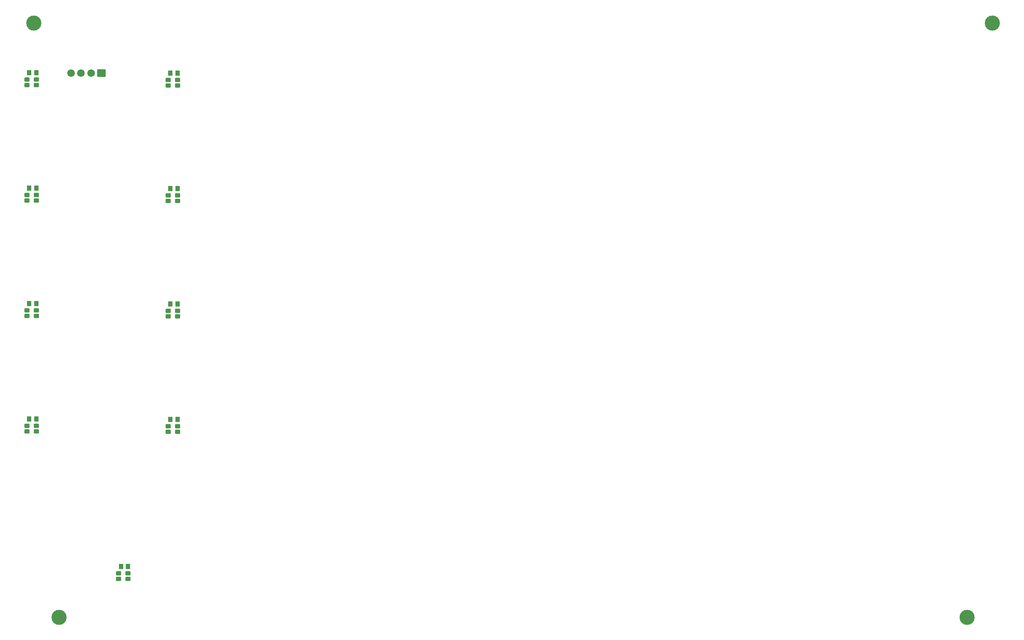
<source format=gts>
G04 Layer: TopSolderMaskLayer*
G04 EasyEDA v6.5.29, 2023-07-19 21:52:00*
G04 a52da41988e34a0299b0951248bc5a60,5a6b42c53f6a479593ecc07194224c93,10*
G04 Gerber Generator version 0.2*
G04 Scale: 100 percent, Rotated: No, Reflected: No *
G04 Dimensions in millimeters *
G04 leading zeros omitted , absolute positions ,4 integer and 5 decimal *
%FSLAX45Y45*%
%MOMM*%

%AMMACRO1*1,1,$1,$2,$3*1,1,$1,$4,$5*1,1,$1,0-$2,0-$3*1,1,$1,0-$4,0-$5*20,1,$1,$2,$3,$4,$5,0*20,1,$1,$4,$5,0-$2,0-$3,0*20,1,$1,0-$2,0-$3,0-$4,0-$5,0*20,1,$1,0-$4,0-$5,$2,$3,0*4,1,4,$2,$3,$4,$5,0-$2,0-$3,0-$4,0-$5,$2,$3,0*%
%ADD10C,1.5016*%
%ADD11MACRO1,0.1016X0.762X0.7X-0.762X0.7*%
%ADD12MACRO1,0.1016X0.4X-0.45X-0.4X-0.45*%
%ADD13MACRO1,0.1016X-0.45X0.35X0.45X0.35*%
%ADD14C,3.0000*%

%LPD*%
D10*
G01*
X1732000Y11303000D03*
G01*
X1932000Y11303000D03*
G01*
X2131999Y11303000D03*
D11*
G01*
X2331999Y11303000D03*
D12*
G01*
X2724000Y1536700D03*
G01*
X2863999Y1536700D03*
D13*
G01*
X2860103Y1401203D03*
G01*
X2677096Y1401202D03*
G01*
X2677096Y1291195D03*
G01*
X2860103Y1291195D03*
D12*
G01*
X3701900Y11303000D03*
G01*
X3841899Y11303000D03*
D13*
G01*
X3838003Y11167503D03*
G01*
X3654996Y11167502D03*
G01*
X3654996Y11057495D03*
G01*
X3838003Y11057495D03*
G01*
X1044003Y11180203D03*
G01*
X860996Y11180202D03*
G01*
X860996Y11070195D03*
G01*
X1044003Y11070195D03*
D12*
G01*
X907900Y11315700D03*
G01*
X1047899Y11315700D03*
D13*
G01*
X1044003Y8894203D03*
G01*
X860996Y8894202D03*
G01*
X860996Y8784195D03*
G01*
X1044003Y8784195D03*
D12*
G01*
X907900Y9029700D03*
G01*
X1047899Y9029700D03*
D13*
G01*
X3838003Y8881503D03*
G01*
X3654996Y8881502D03*
G01*
X3654996Y8771495D03*
G01*
X3838003Y8771495D03*
D12*
G01*
X3701900Y9017000D03*
G01*
X3841899Y9017000D03*
D13*
G01*
X1044003Y6608203D03*
G01*
X860996Y6608202D03*
G01*
X860996Y6498195D03*
G01*
X1044003Y6498195D03*
D12*
G01*
X907900Y6743700D03*
G01*
X1047899Y6743700D03*
D13*
G01*
X3838003Y6595503D03*
G01*
X3654996Y6595502D03*
G01*
X3654996Y6485495D03*
G01*
X3838003Y6485495D03*
D12*
G01*
X3701900Y6731000D03*
G01*
X3841899Y6731000D03*
D13*
G01*
X1044003Y4322203D03*
G01*
X860996Y4322202D03*
G01*
X860996Y4212195D03*
G01*
X1044003Y4212195D03*
D12*
G01*
X907900Y4457700D03*
G01*
X1047899Y4457700D03*
D13*
G01*
X3838003Y4309503D03*
G01*
X3654996Y4309502D03*
G01*
X3654996Y4199495D03*
G01*
X3838003Y4199495D03*
D12*
G01*
X3701900Y4445000D03*
G01*
X3841899Y4445000D03*
D14*
G01*
X999997Y12297999D03*
G01*
X19960000Y12297999D03*
G01*
X1499997Y529000D03*
G01*
X19460001Y529000D03*
M02*

</source>
